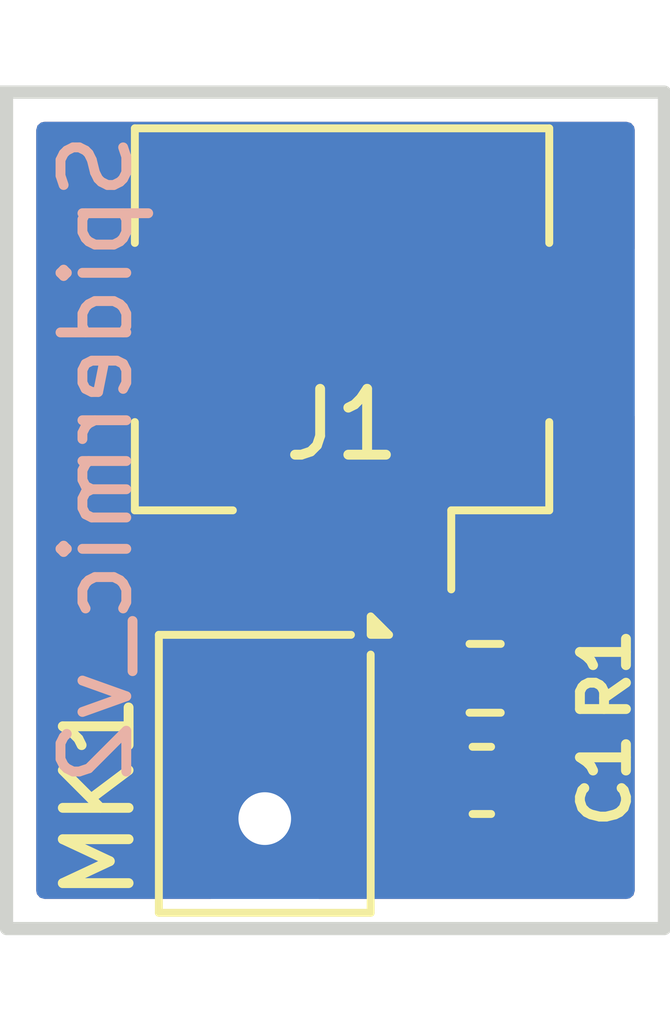
<source format=kicad_pcb>
(kicad_pcb (version 20240108) (generator "pcbnew") (generator_version "8.0")
  (layers (0 "F.Cu" signal) (31 "B.Cu" signal) (34 "B.Paste" user) (35 "F.Paste" user) (36 "B.SilkS" user "B.Silkscreen") (37 "F.SilkS" user "F.Silkscreen") (38 "B.Mask" user) (39 "F.Mask" user) (44 "Edge.Cuts" user))
  (net 0 "")
  (net 1 "VDD")
  (net 2 "GND")
  (net 3 "PDM_CLK")
  (net 4 "PDM_DATA")
  (net 5 "Net-(MK1-DATA)")
  (net 6 "SLCT")
  (footprint "Resistor_SMD:R_0603_1608Metric" (layer "F.Cu") (at 125.825 72.9)
    (property "Reference" "R1" (at 1.825 -0.05 90) (layer "F.SilkS") (effects (font (size 0.7 0.7))))
    (property "Value" "100")
    (fp_line (start -0.237258 -0.5225) (end 0.237258 -0.5225) (stroke (width 0.12)) (layer "F.SilkS"))
    (fp_line (start -0.237258 0.5225) (end 0.237258 0.5225) (stroke (width 0.12)) (layer "F.SilkS"))
    (pad "1" smd roundrect (at -0.825 0) (size 0.8 0.95) (layers "F.Cu" "F.Paste" "F.Mask") (net 5 "Net-(MK1-DATA)"))
    (pad "2" smd roundrect (at 0.825 0) (size 0.8 0.95) (layers "F.Cu" "F.Paste" "F.Mask") (net 4 "PDM_DATA"))
  )
  (footprint "Sensor_Audio:Infineon_PG-LLGA-5-1" (layer "F.Cu") (at 122.475 74.35 -90)
    (property "Reference" "MK1" (at 0.35 2.525 -90) (layer "F.SilkS"))
    (property "Value" "IM73D122")
    (fp_line (start -2.11 1.61) (end -2.11 -1.31) (stroke (width 0.12)) (layer "F.SilkS"))
    (fp_line (start 2.11 1.61) (end -2.11 1.61) (stroke (width 0.12)) (layer "F.SilkS"))
    (fp_line (start -1.81 -1.61) (end 2.11 -1.61) (stroke (width 0.12)) (layer "F.SilkS"))
    (fp_line (start 2.11 -1.61) (end 2.11 1.61) (stroke (width 0.12)) (layer "F.SilkS"))
    (fp_poly (pts (xy -2.11 -1.61) (xy -2.39 -1.61) (xy -2.11 -1.89) (xy -2.11 -1.61)) (stroke (width 0.12)) (fill solid) (layer "F.SilkS"))
    (pad "" np_thru_hole circle (at 0.68 0 270) (size 0.8 0.8) (drill 0.8) (layers "*.Cu" "*.Mask"))
    (pad "1" smd rect (at -1.5 -0.85 270) (size 0.45 0.7) (layers "F.Cu" "F.Mask") (net 5 "Net-(MK1-DATA)"))
    (pad "2" smd rect (at -0.8 -0.85 270) (size 0.45 0.7) (layers "F.Cu" "F.Mask") (net 1 "VDD"))
    (pad "3" smd rect (at -1.5 0.85 270) (size 0.45 0.7) (layers "F.Cu" "F.Mask") (net 3 "PDM_CLK"))
    (pad "4" smd rect (at -0.8 0.85 270) (size 0.45 0.7) (layers "F.Cu" "F.Mask") (net 6 "SLCT"))
    (pad "5" smd custom (at 0.68 -0.81 270) (size 0.4 0.4) (layers "F.Cu" "F.Mask") (net 2 "GND") (options (clearance outline) (anchor circle)) (primitives (gr_circle (center 0 0.81) (end 0.81 0.81) (width 0.46) (fill no))))
  )
  (footprint "Capacitor_SMD:C_0603_1608Metric" (layer "F.Cu") (at 125.775 74.45 180)
    (property "Reference" "C1" (at -1.875 0 -90) (layer "F.SilkS") (effects (font (size 0.7 0.7))))
    (property "Value" "100n")
    (fp_line (start -0.14058 0.51) (end 0.14058 0.51) (stroke (width 0.12)) (layer "F.SilkS"))
    (fp_line (start -0.14058 -0.51) (end 0.14058 -0.51) (stroke (width 0.12)) (layer "F.SilkS"))
    (pad "1" smd roundrect (at -0.775 0 180) (size 0.9 0.95) (layers "F.Cu" "F.Paste" "F.Mask") (net 2 "GND"))
    (pad "2" smd roundrect (at 0.775 0 180) (size 0.9 0.95) (layers "F.Cu" "F.Paste" "F.Mask") (net 1 "VDD"))
  )
  (footprint "Connector_FFC-FPC:Hirose_FH12-6S-0.5SH_1x06-1MP_P0.50mm_Horizontal" (layer "F.Cu") (at 123.65 69.05 180)
    (property "Reference" "J1" (at 0 0 0) (layer "F.SilkS"))
    (property "Value" "Conn_01x06")
    (fp_line (start 3.15 4.5) (end 3.15 2.76) (stroke (width 0.12)) (layer "F.SilkS"))
    (fp_line (start 3.15 -1.3) (end 3.15 0.04) (stroke (width 0.12)) (layer "F.SilkS"))
    (fp_line (start 1.66 -1.3) (end 3.15 -1.3) (stroke (width 0.12)) (layer "F.SilkS"))
    (fp_line (start -1.66 -1.3) (end -1.66 -2.5) (stroke (width 0.12)) (layer "F.SilkS"))
    (fp_line (start -1.66 -1.3) (end -3.15 -1.3) (stroke (width 0.12)) (layer "F.SilkS"))
    (fp_line (start -3.15 4.5) (end 3.15 4.5) (stroke (width 0.12)) (layer "F.SilkS"))
    (fp_line (start -3.15 2.76) (end -3.15 4.5) (stroke (width 0.12)) (layer "F.SilkS"))
    (fp_line (start -3.15 -1.3) (end -3.15 0.04) (stroke (width 0.12)) (layer "F.SilkS"))
    (pad "1" smd rect (at -1.25 -1.85 180) (size 0.3 1.3) (layers "F.Cu" "F.Paste" "F.Mask") (net 4 "PDM_DATA"))
    (pad "2" smd rect (at -0.75 -1.85 180) (size 0.3 1.3) (layers "F.Cu" "F.Paste" "F.Mask") (net 2 "GND"))
    (pad "3" smd rect (at -0.25 -1.85 180) (size 0.3 1.3) (layers "F.Cu" "F.Paste" "F.Mask") (net 1 "VDD"))
    (pad "4" smd rect (at 0.25 -1.85 180) (size 0.3 1.3) (layers "F.Cu" "F.Paste" "F.Mask") (net 6 "SLCT"))
    (pad "5" smd rect (at 0.75 -1.85 180) (size 0.3 1.3) (layers "F.Cu" "F.Paste" "F.Mask") (net 2 "GND"))
    (pad "6" smd rect (at 1.25 -1.85 180) (size 0.3 1.3) (layers "F.Cu" "F.Paste" "F.Mask") (net 3 "PDM_CLK"))
    (pad "MP" smd rect (at -3.15 1.4 180) (size 1.8 2.2) (layers "F.Cu" "F.Paste" "F.Mask"))
    (pad "MP" smd rect (at 3.15 1.4 180) (size 1.8 2.2) (layers "F.Cu" "F.Paste" "F.Mask"))
  )
  (gr_rect (start 118.55 64) (end 128.55 76.7) (stroke (width 0.2)) (fill none) (layer "Edge.Cuts"))
  (gr_text "Spidermic_v2" (at 120.5 64.55 90) (layer "B.SilkS") (effects (font (size 1 1)) (justify left bottom mirror)))
  (segment (start 123.325 73.55) (end 124.1 73.55) (width 0.2) (layer "F.Cu") (net 1))
  (segment (start 125 74.45) (end 125.7 73.75) (width 0.2) (layer "F.Cu") (net 1))
  (segment (start 125.7 72.412352) (end 125.137648 71.85) (width 0.2) (layer "F.Cu") (net 1))
  (segment (start 125.137648 71.85) (end 123.95 71.85) (width 0.2) (layer "F.Cu") (net 1))
  (segment (start 125.7 73.75) (end 125.7 72.412352) (width 0.2) (layer "F.Cu") (net 1))
  (segment (start 124.1 73.55) (end 125 74.45) (width 0.2) (layer "F.Cu") (net 1))
  (segment (start 123.9 71.8) (end 123.9 70.9) (width 0.2) (layer "F.Cu") (net 1))
  (segment (start 123.95 71.85) (end 123.9 71.8) (width 0.2) (layer "F.Cu") (net 1))
  (segment (start 120.4 72.9) (end 120.55 73.9) (width 0.2) (layer "F.Cu") (net 2))
  (segment (start 121.05 74.35) (end 121.75 74.6) (width 0.2) (layer "F.Cu") (net 2))
  (segment (start 124.45 69.95) (end 125.25 69.95) (width 0.2) (layer "F.Cu") (net 2))
  (segment (start 122.9 70.9) (end 122.9 70) (width 0.2) (layer "F.Cu") (net 2))
  (segment (start 125.25 69.95) (end 127.35 72.05) (width 0.2) (layer "F.Cu") (net 2))
  (segment (start 122.9 70) (end 122.95 69.95) (width 0.2) (layer "F.Cu") (net 2))
  (segment (start 124.35 69.95) (end 124.4 70) (width 0.2) (layer "F.Cu") (net 2))
  (segment (start 122.95 69.95) (end 124.35 69.95) (width 0.2) (layer "F.Cu") (net 2))
  (segment (start 121.25 70.7) (end 120.6 71.85) (width 0.2) (layer "F.Cu") (net 2))
  (segment (start 121.95 69.95) (end 121.25 70.7) (width 0.2) (layer "F.Cu") (net 2))
  (segment (start 120.55 73.9) (end 121.05 74.35) (width 0.2) (layer "F.Cu") (net 2))
  (segment (start 126.55 74.45) (end 125.65 75.4) (width 0.2) (layer "F.Cu") (net 2))
  (segment (start 124.4 70) (end 124.4 70.9) (width 0.2) (layer "F.Cu") (net 2))
  (segment (start 122.9 70) (end 122.85 69.95) (width 0.2) (layer "F.Cu") (net 2))
  (segment (start 124.4 70) (end 124.45 69.95) (width 0.2) (layer "F.Cu") (net 2))
  (segment (start 122.85 69.95) (end 121.95 69.95) (width 0.2) (layer "F.Cu") (net 2))
  (segment (start 125.65 75.4) (end 123.285 75.03) (width 0.2) (layer "F.Cu") (net 2))
  (segment (start 127.35 72.05) (end 127.35 73.65) (width 0.2) (layer "F.Cu") (net 2))
  (segment (start 127.35 73.65) (end 126.55 74.45) (width 0.2) (layer "F.Cu") (net 2))
  (segment (start 120.6 71.85) (end 120.4 72.9) (width 0.2) (layer "F.Cu") (net 2))
  (segment (start 122.4 72.075) (end 121.625 72.85) (width 0.2) (layer "F.Cu") (net 3))
  (segment (start 122.4 70.9) (end 122.4 72.075) (width 0.2) (layer "F.Cu") (net 3))
  (segment (start 124.9 70.9) (end 126.65 72.65) (width 0.2) (layer "F.Cu") (net 4))
  (segment (start 126.65 72.65) (end 126.65 72.9) (width 0.2) (layer "F.Cu") (net 4))
  (segment (start 125 72.9) (end 123.375 72.9) (width 0.2) (layer "F.Cu") (net 5))
  (segment (start 123.375 72.9) (end 123.325 72.85) (width 0.2) (layer "F.Cu") (net 5))
  (segment (start 122.175 73.55) (end 122.595343 73.129657) (width 0.2) (layer "F.Cu") (net 6))
  (segment (start 121.625 73.55) (end 122.175 73.55) (width 0.2) (layer "F.Cu") (net 6))
  (segment (start 123.4 71.65) (end 123.4 70.9) (width 0.2) (layer "F.Cu") (net 6))
  (segment (start 122.595343 73.129657) (end 122.595343 72.454657) (width 0.2) (layer "F.Cu") (net 6))
  (segment (start 122.595343 72.454657) (end 123.4 71.65) (width 0.2) (layer "F.Cu") (net 6))
  (zone (net 2) (net_name "GND") (layer "F.Cu") (connect_pads yes (clearance 0.2)) (min_thickness 0.25) (fill yes (thermal_gap 0.5) (thermal_bridge_width 0.5))
    (polygon (pts (xy 118.55 76.7) (xy 128.55 76.7) (xy 128.5 64.05) (xy 118.6 64.05)))
  )
  (zone (net 2) (net_name "GND") (layer "B.Cu") (priority 1) (connect_pads (clearance 0.5)) (min_thickness 0.25) (fill yes (thermal_gap 0.5) (thermal_bridge_width 0.5))
    (polygon (pts (xy 118.55 76.7) (xy 118.55 64) (xy 128.55 64) (xy 128.55 76.7) (xy 122.7 76.75)))
  )
)
</source>
